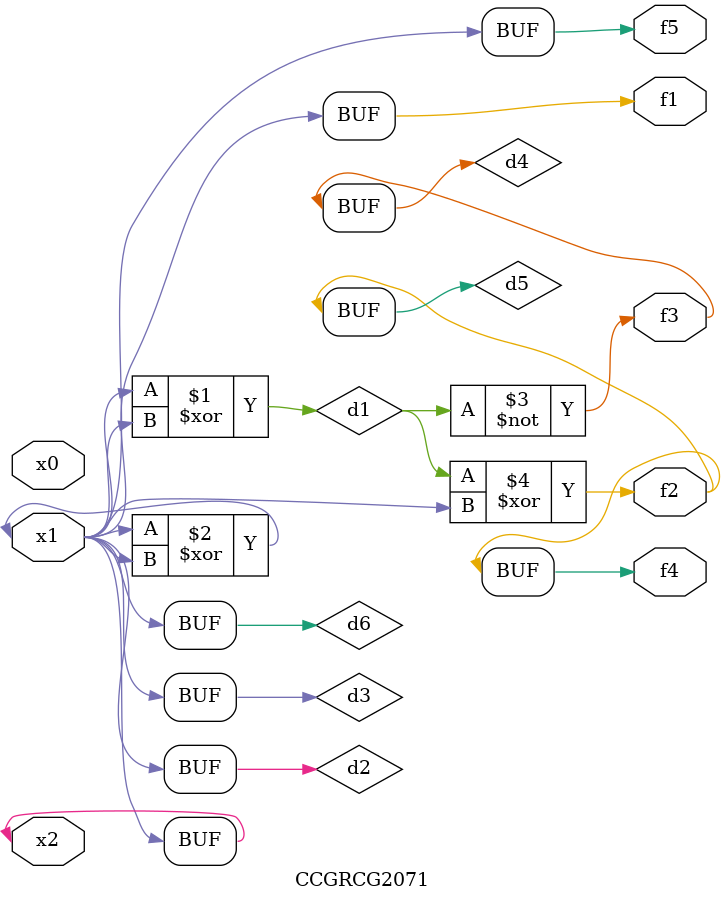
<source format=v>
module CCGRCG2071(
	input x0, x1, x2,
	output f1, f2, f3, f4, f5
);

	wire d1, d2, d3, d4, d5, d6;

	xor (d1, x1, x2);
	buf (d2, x1, x2);
	xor (d3, x1, x2);
	nor (d4, d1);
	xor (d5, d1, d2);
	buf (d6, d2, d3);
	assign f1 = d6;
	assign f2 = d5;
	assign f3 = d4;
	assign f4 = d5;
	assign f5 = d6;
endmodule

</source>
